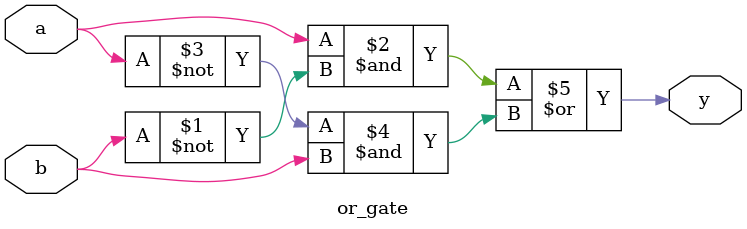
<source format=v>
module or_gate (
    input a,
    input b,
    output y
);
    assign y = (a & ~b) | (~a & b);
endmodule

</source>
